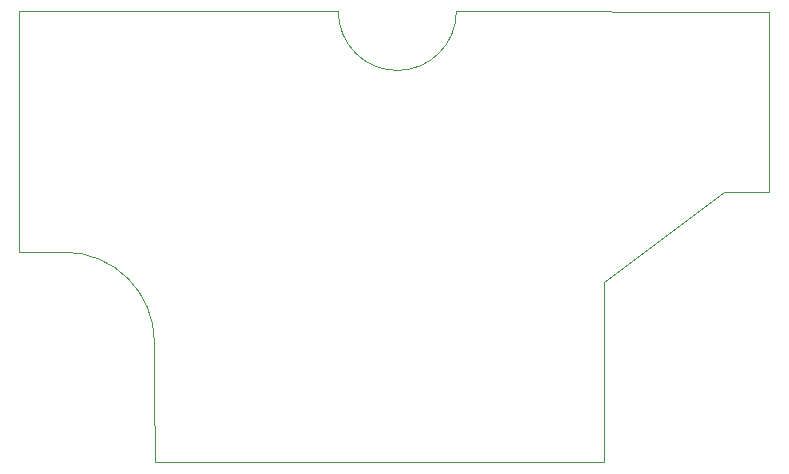
<source format=gm1>
G04 #@! TF.GenerationSoftware,KiCad,Pcbnew,7.0.6*
G04 #@! TF.CreationDate,2023-08-15T03:17:02+01:00*
G04 #@! TF.ProjectId,GalaxyModPCB,47616c61-7879-44d6-9f64-5043422e6b69,rev?*
G04 #@! TF.SameCoordinates,Original*
G04 #@! TF.FileFunction,Profile,NP*
%FSLAX46Y46*%
G04 Gerber Fmt 4.6, Leading zero omitted, Abs format (unit mm)*
G04 Created by KiCad (PCBNEW 7.0.6) date 2023-08-15 03:17:02*
%MOMM*%
%LPD*%
G01*
G04 APERTURE LIST*
G04 #@! TA.AperFunction,Profile*
%ADD10C,0.100000*%
G04 #@! TD*
G04 APERTURE END LIST*
D10*
X137000000Y-51000000D02*
G75*
G03*
X147000000Y-51000000I5000000J0D01*
G01*
X143000000Y-89160000D02*
X159530000Y-89160000D01*
X147000000Y-51000000D02*
X173500000Y-51060000D01*
X110000000Y-51000000D02*
X110000000Y-71380000D01*
X121430000Y-79000000D02*
G75*
G03*
X113810000Y-71380000I-7620000J0D01*
G01*
X121430000Y-83000000D02*
X121430000Y-79000000D01*
X121500000Y-89160000D02*
X143000000Y-89160000D01*
X169690000Y-66300000D02*
X159530000Y-73920000D01*
X121430000Y-83000000D02*
X121500000Y-89160000D01*
X159530000Y-73920000D02*
X159530000Y-89160000D01*
X137000000Y-51000000D02*
X110000000Y-51000000D01*
X173500000Y-66300000D02*
X169690000Y-66300000D01*
X173500000Y-51060000D02*
X173500000Y-66300000D01*
X113810000Y-71380000D02*
X110000000Y-71380000D01*
M02*

</source>
